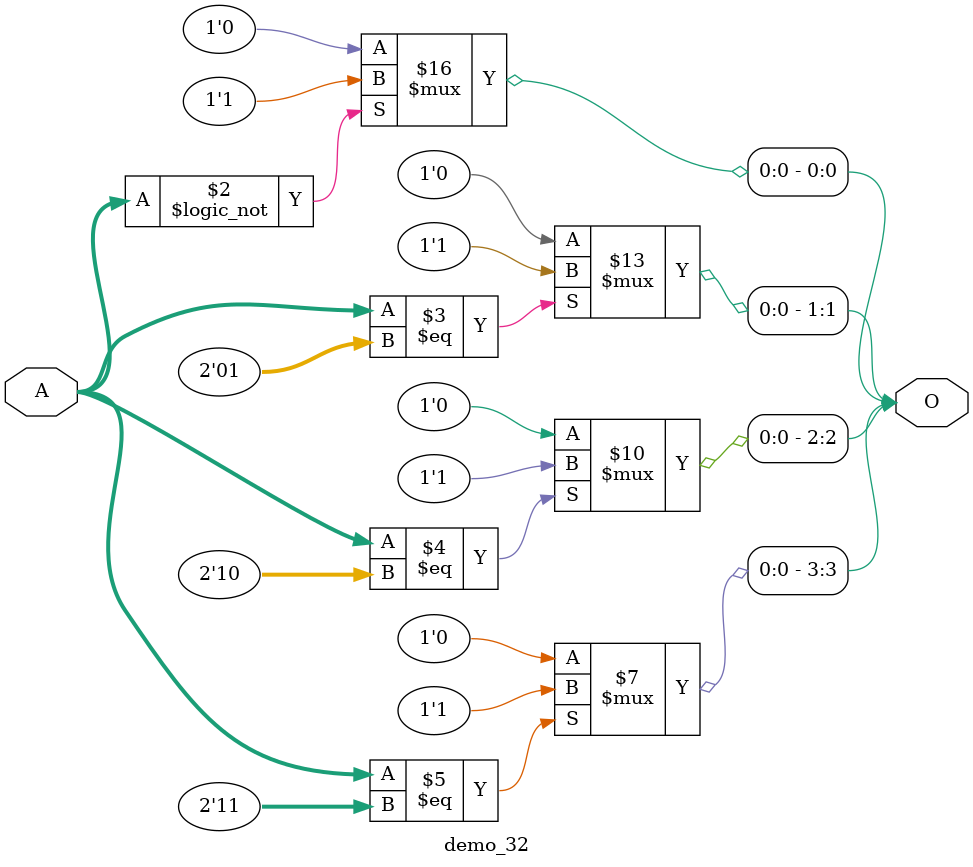
<source format=v>
`timescale 1ns / 1ps

//module demo_1 (A, B, C, D, O);

//input A, B, C, D;
//output O;

//wire O;

//assign O = A & B;
//assign O = C | D;

//endmodule

//////////////////////////////////////////////////////////////////////////////////

//module demo_2 (A, B, C, D, O);

//input A, B, C, D;
//output O;

//wand O;

//assign O = A & B;
//assign O = C | D;

//endmodule

//////////////////////////////////////////////////////////////////////////////////

//module demo_3 (A, B, O);

//input [7:0] A, B;
//output [31:0] O;

//integer sum;

//assign O = sum;

//always @ (A, B) 
//    sum = A + B;

//endmodule

//////////////////////////////////////////////////////////////////////////////////

//module demo_4 (A, B, O);

//input [7:0] A, B;
//output O;

//integer sum;

//assign O = sum;

//always @ (A, B) 
//    sum = A + B;

//endmodule

//////////////////////////////////////////////////////////////////////////////////

//module demo_5 (A, B, O);
//input A, B;
//output O;

//reg reg_O;
//assign O = reg_O;

//always @ (A, B) begin

//    if (!A) 
//        reg_O <= B;
//end

//endmodule

//////////////////////////////////////////////////////////////////////////////////

//module demo_6 (A, B, O);
//input A, B;
//output O;

//reg reg_O;
//assign O = reg_O;

//always @ (posedge A) begin
//    reg_O <= B;
//end

//endmodule

//////////////////////////////////////////////////////////////////////////////////

//module demo_7 (A, B, O);

//input [7:0] A, B;
//output O;

//integer sum;

//assign O = sum;

//integer CON_1 = 30;
//integer CON_2 = -2;
//integer CON_3 = 2'b10;
//integer CON_4 = -6'b10;
//integer CON_5 = -'d10;

//always @ (A, B) begin
//    sum = A + B + CON_1 + CON_2 + CON_3 + CON_4 + CON_5;
//end

//endmodule

//////////////////////////////////////////////////////////////////////////////////

//module demo_8 (A, B, O);

//input [7:0] A, B;
//output O;

//integer sum;

//assign O = sum;

//parameter CON_1 = 30;
//parameter CON_2 = -2;
//parameter CON_3 = 2'b10;
//parameter CON_4 = -6'b10;
//parameter CON_5 = -'d10;

//always @ (A, B) begin
//    sum = A + B + CON_1 + CON_2 + CON_3 + CON_4 + CON_5;
//end

//endmodule

//////////////////////////////////////////////////////////////////////////////////

//module demo_9 (A, O);

//input A;
//output O;

//assign #1 O = ~A;

//endmodule

//////////////////////////////////////////////////////////////////////////////////

//module demo_10_full_adder
//(A, B, CarryIn, Sum, CarryOut);

//input A, B, CarryIn;
//output Sum, CarryOut;

//assign Sum = (A ^ B) ^ CarryIn;
//assign CarryOut = (A & B) | (B & CarryIn) | (A & CarryIn);

//endmodule

//////////////////////////////////////////////////////////////////////////////////

//module demo_11_signed_multiplier(
//    input           [7:0]   data_in_unsigned_1, //8'hff
//    input           [7:0]   data_in_unsigned_2, //8'hf0

//    input   signed  [7:0]   data_in_signed_1,   //8'hff
//    input   signed  [7:0]   data_in_signed_2,   //8'hf0

//    output          [15:0]   unsigned_00,
//    output          [15:0]   unsigned_01,
//    output          [15:0]   unsigned_10,
//    output          [15:0]   unsigned_11,

//    output  signed  [15:0]   signed_00,
//    output  signed  [15:0]   signed_01,
//    output  signed  [15:0]   signed_10,
//    output  signed  [15:0]   signed_11
//);

//assign unsigned_00 = data_in_unsigned_1   *  data_in_unsigned_2;   
//assign unsigned_01 = data_in_unsigned_1   *    data_in_signed_2;     
//assign unsigned_10 =   data_in_signed_1   *  data_in_unsigned_2;   
//assign unsigned_11 =   data_in_signed_1   *    data_in_signed_2;     
//assign   signed_00 = data_in_unsigned_1   *  data_in_unsigned_2;     
//assign   signed_01 = data_in_unsigned_1   *    data_in_signed_2;
//assign   signed_10 =   data_in_signed_1   *  data_in_unsigned_2;
//assign   signed_11 =   data_in_signed_1   *    data_in_signed_2;

//endmodule 
                                                                          

//module tb_demo_11;

//reg           [7:0]   data_in_unsigned_1;
//reg           [7:0]   data_in_unsigned_2;

//reg   signed  [7:0]   data_in_signed_1;
//reg   signed  [7:0]   data_in_signed_2;

//wire          [15:0]  unsigned_00;
//wire          [15:0]  unsigned_01;
//wire          [15:0]  unsigned_10;
//wire          [15:0]  unsigned_11;

//wire  signed  [15:0]  signed_00;
//wire  signed  [15:0]  signed_01;
//wire  signed  [15:0]  signed_10;
//wire  signed  [15:0]  signed_11;
    
//demo_11_signed_multiplier DUT(data_in_unsigned_1,
//                              data_in_unsigned_2,
//                              data_in_signed_1,
//                              data_in_signed_2,
//                              unsigned_00,
//                              unsigned_01,
//                              unsigned_10,
//                              unsigned_11,
//                              signed_00,
//                              signed_01,
//                              signed_10,
//                              signed_11);

//initial begin
//        data_in_unsigned_1 = 8'hff;       //255
//        data_in_unsigned_2 = 8'hf0;       //240
//        data_in_signed_1   = 8'hff;       //-1
//        data_in_signed_2   = 8'hf0;       //-16  
//    #200;
//        data_in_unsigned_1 = 8'hff;       //255
//        data_in_unsigned_2 = 8'h0f;       //15
//        data_in_signed_1   = 8'hff;       //-1
//        data_in_signed_2   = 8'h0f;       //15  
//    #200;
//        data_in_unsigned_1 = 8'd127;      //127
//        data_in_unsigned_2 = 8'd15;       //15   
//        data_in_signed_1   = -8'sd127;    //-127?must use sd for signed decimal
//        data_in_signed_2   = -8'sd15;     //-15  
//    #200;     
//        data_in_unsigned_1 = 8'd128;      //128
//        data_in_unsigned_2 = 8'd15;       //15       
//        data_in_signed_1   = -8'sd128;    //-128
//        data_in_signed_2   = -8'sd15;     //-15    
//    #200;
//        data_in_unsigned_1 = 8'd127;       //127
//        data_in_unsigned_2 = 8'd15;        //15           
//        data_in_signed_1   = -8'sd127;     //-127
//        data_in_signed_2   = 8'sd15;       //15       
//    #200;     
//        data_in_unsigned_1 = 8'd128;       //128
//        data_in_unsigned_2 = 8'd15;        //15               
//        data_in_signed_1   = -8'sd128;     //-128
//        data_in_signed_2   = 8'sd15;       //15   
//    #200;
//        data_in_unsigned_1 = 8'd127;       //127
//        data_in_unsigned_2 = 8'd15;        //15          
//        data_in_signed_1   = 8'sd127;      //127
//        data_in_signed_2   = -8'sd15;      //-15           
//    #200;          
//        data_in_unsigned_1 = 8'd127;       //127
//        data_in_unsigned_2 = 8'd15;        //15
//        data_in_signed_1   = 8'sd127;      //127
//        data_in_signed_2   = 8'sd15;       //15        
//    #200;
//    $stop;
//end

//endmodule

//////////////////////////////////////////////////////////////////////////////////

//module demo_12_signed_multiplier( 
//    input           [7:0]   data_in_unsigned_1, //8'hff
//    input           [7:0]   data_in_unsigned_2, //8'hf0

//    input   signed  [7:0]   data_in_signed_1,   //8'hff
//    input   signed  [7:0]   data_in_signed_2,   //8'hf0

//    output          [15:0]   unsigned_00,
//    output          [15:0]   unsigned_01,
//    output          [15:0]   unsigned_10,
//    output          [15:0]   unsigned_11,

//    output  signed  [15:0]   signed_00,
//    output  signed  [15:0]   signed_01,
//    output  signed  [15:0]   signed_10,
//    output  signed  [15:0]   signed_11
//);

//assign unsigned_00 =            data_in_unsigned_1   *              data_in_unsigned_2;   
//assign unsigned_01 =            data_in_unsigned_1   *     $unsigned(data_in_signed_2);     
//assign unsigned_10 =   $unsigned(data_in_signed_1)   *              data_in_unsigned_2;   
//assign unsigned_11 =   $unsigned(data_in_signed_1)   *     $unsigned(data_in_signed_2);     
//assign   signed_00 =   $signed(data_in_unsigned_1)   *     $signed(data_in_unsigned_2);     
//assign   signed_01 =   $signed(data_in_unsigned_1)   *                data_in_signed_2;
//assign   signed_10 =              data_in_signed_1   *     $signed(data_in_unsigned_2);
//assign   signed_11 =              data_in_signed_1   *                data_in_signed_2;

//endmodule 
                                                                          
//module tb_demo_12;

//reg           [7:0]   data_in_unsigned_1;
//reg           [7:0]   data_in_unsigned_2;

//reg   signed  [7:0]   data_in_signed_1;
//reg   signed  [7:0]   data_in_signed_2;

//wire          [15:0]  unsigned_00;
//wire          [15:0]  unsigned_01;
//wire          [15:0]  unsigned_10;
//wire          [15:0]  unsigned_11;

//wire  signed  [15:0]  signed_00;
//wire  signed  [15:0]  signed_01;
//wire  signed  [15:0]  signed_10;
//wire  signed  [15:0]  signed_11;
    
//demo_12_signed_multiplier DUT(data_in_unsigned_1,
//                              data_in_unsigned_2,
//                              data_in_signed_1,
//                              data_in_signed_2,
//                              unsigned_00,
//                              unsigned_01,
//                              unsigned_10,
//                              unsigned_11,
//                              signed_00,
//                              signed_01,
//                              signed_10,
//                              signed_11);

//initial begin
//        data_in_unsigned_1 = 8'hff;       //255
//        data_in_unsigned_2 = 8'hf0;       //240
//        data_in_signed_1   = 8'hff;       //-1
//        data_in_signed_2   = 8'hf0;       //-16  
//    #200;
//        data_in_unsigned_1 = 8'hff;       //255
//        data_in_unsigned_2 = 8'h0f;       //15
//        data_in_signed_1   = 8'hff;       //-1
//        data_in_signed_2   = 8'h0f;       //15  
//    #200;
//        data_in_unsigned_1 = 8'd127;      //127
//        data_in_unsigned_2 = 8'd15;       //15   
//        data_in_signed_1   = -8'sd127;    //-127 must use sd for signed decimal
//        data_in_signed_2   = -8'sd15;     //-15  
//    #200;     
//        data_in_unsigned_1 = 8'd128;      //128
//        data_in_unsigned_2 = 8'd15;       //15       
//        data_in_signed_1   = -8'sd128;    //-128
//        data_in_signed_2   = -8'sd15;     //-15    
//    #200;
//        data_in_unsigned_1 = 8'd127;       //127
//        data_in_unsigned_2 = 8'd15;        //15           
//        data_in_signed_1   = -8'sd127;     //-127
//        data_in_signed_2   = 8'sd15;       //15       
//    #200;     
//        data_in_unsigned_1 = 8'd128;       //128
//        data_in_unsigned_2 = 8'd15;        //15               
//        data_in_signed_1   = -8'sd128;     //-128
//        data_in_signed_2   = 8'sd15;       //15   
//    #200;
//        data_in_unsigned_1 = 8'd127;       //127
//        data_in_unsigned_2 = 8'd15;        //15          
//        data_in_signed_1   = 8'sd127;      //127
//        data_in_signed_2   = -8'sd15;      //-15           
//    #200;          
//        data_in_unsigned_1 = 8'd127;       //127
//        data_in_unsigned_2 = 8'd15;        //15
//        data_in_signed_1   = 8'sd127;      //127
//        data_in_signed_2   = 8'sd15;       //15        
//    #200;
//    $stop;
//end

//endmodule

//////////////////////////////////////////////////////////////////////////////////

//module demo_13 (A, B, O);
//input [3:0] A, B;

//output O;
//reg  O;

//always @ (A, B) 
//    O = A < B;
    
//endmodule

//module demo_13_tb;

//reg [3:0] A, B;
//wire O;

//demo_13 DUT(A, B, O);

//initial begin

//A = 4'b1100;
//B = 4'b0011;

//end

//endmodule

//////////////////////////////////////////////////////////////////////////////////

//module demo_14 (A, B, O); 
//input signed [3:0] A, B;

//output O;
//reg signed O;

//always @ (A, B) 
//    O = $signed(A) < $signed(B);
    
//endmodule

//module demo_14_tb;

//reg signed [3:0] A, B;
//wire signed O;

//demo_14 DUT(A, B, O);

//initial begin

//A = 4'b1100;
//B = 4'b0011;

//end

//endmodule

//////////////////////////////////////////////////////////////////////////////////

//module demo_15 (A, B, O); 
//input signed [3:0] A, B;

//output O;
//reg signed O;

//always @ (A, B) 
//    O = $signed(A) == $signed(B);
    
//endmodule

//module demo_15_tb;

//reg signed [3:0] A, B;
//wire signed O;

//demo_15 DUT(A, B, O);

//initial begin

//A = 4'b1000;
//B = -4'sd8;

//end

//endmodule

//////////////////////////////////////////////////////////////////////////////////
//module demo_16 (); 
 
//  reg        [3:0] shift1 = 4'b1000;
//  reg signed [3:0] shift2 = 4'b1000;
//  reg signed [3:0] shift3 = 4'b0100;
   
//  initial
//    begin
//      // Left Shift
//      $display("%b", shift1 <<  1);
//      $display("%b", $signed(shift1) <<< 1); // Cast as signed
//      $display("%b", shift2 <<< 1);          // Declared as signed type
       
//      // Right Shift
//      $display("%b", shift1 >>  2);
//      $display("%b", $signed(shift1) >>> 2); // Cast as signed
//      $display("%b", shift2 >>> 2) ;         // Declared as signed type
//      $display("%b", shift3 >>> 2) ;         // Declared as signed type
//    end
//endmodule

////////////////////////////////////////////////////////////////////////////////////
//module demo_17 (A, O); 

//input [3:0] A;
//output [5:0] O;

//assign O = A << 2;

//endmodule

////////////////////////////////////////////////////////////////////////////////////
//module demo_18 (A, B, O); 

//input [3:0] A;
//input [1:0] B;
//output [5:0] O;

//assign O = A << B;

//endmodule

////////////////////////////////////////////////////////////////////////////////////
//module demo_19 (A, B, C, O); 

//input [3:0] A, B, C;
//output [3:0] O;

//assign O = (A & B) | C;

//endmodule

////////////////////////////////////////////////////////////////////////////////////
//module demo_20 (A, B, O); 

//input A, B;
//output O;
//reg O;

//always @ (B)
//    O = A & B;

//endmodule

////////////////////////////////////////////////////////////////////////////////////
//module demo_21 (A, B, C, D, O); 

//input A, B, C, D;
//output O;
//reg O;

//always @ (A, B, C, D) begin: demo_21
//    reg T1, T2;
//    T1 = A & B;
//    T2 = C | D;
//    T1 = T1 | T2;
//    O = ~T1;
//end

//endmodule

//////////////////////////////////////////////////////////////////////////////////////
//module demo_22 (A, B, O); 

//input A, B;
//output O;
//reg O;

//always @ (A, B) begin
//    if (A > B)
//        O = A;
//    else 
//        O = B;
//end

//endmodule

//////////////////////////////////////////////////////////////////////////////////////
//module demo_23 (mark, grade); 

//input [4:0] mark;
//output [1:0] grade;
//reg [1:0] grade;

//parameter FAIL = 1, PASS = 2, EXCELLENT = 3;

//always @ (mark) begin
//    if (mark < 3)
//        grade = FAIL;
//    else if ((mark >= 3) & (mark < 5))
//        grade = PASS;
//    else 
//        grade = EXCELLENT;
//end

//endmodule

//////////////////////////////////////////////////////////////////////////////////////
//module demo_24 (op, A, B, O); 

//input [1:0] op;
//input [1:0] A, B;
//output [1:0] O;
//reg [1:0] O;

//parameter ADD='b00, SUB='b01, MUL='b10, DIV='b11;

//always @ (op, A, B) 
//case(op)
//ADD: O = A + B;
//SUB: O = A - B;
//MUL: O = A * B;
//DIV: O = A / B;
//endcase

//always @ (op, A, B) 
//if (op == ADD)
//    O = A + B;
//else if (op == SUB)
//    O = A - B;
//else if (op == MUL)
//    O = A * B;
//else
//    O = A / B;

//endmodule

//////////////////////////////////////////////////////////////////////////////////////
//module demo_25 (DayOfWeek, StudyTime); 

//input [2:0] DayOfWeek;
//output [4:0] StudyTime;
//reg [4:0] StudyTime;

//parameter MON=1, TUE=2, WED=3, THU=4, FRI=5, SAT=6, SUN=7;

//always @ (DayOfWeek)
//    case (DayOfWeek)
//        MON,
//        TUE,
//        WED,
//        THU: StudyTime = 9;
//        FRI: StudyTime = 10;
//        SAT: StudyTime = 20;
//        SUN: StudyTime = 20; 
//    default:
//             StudyTime = 5'b11111;
//    endcase
//endmodule

//////////////////////////////////////////////////////////////////////////////////////
//module demo_26 (A, O); 

//input [3:0] A;
//output [1:0] O;
//reg [1:0] O;

//always @ (A)
//    casez(A)
//        4'bzzz1 : O = 0;
//        4'bzz10 : O = 1;
//        4'bz100 : O = 2;
//        4'b1000 : O = 3;
//        default : O = 0;
//    endcase

//always @ (A)
//if (A[0])
//	O = 0;
//else if (A[1:0] == 2'b10)
//	O = 1;
//else if (A[2:0] == 3'b100)
//	O = 2;
//else if (A[3:0] == 4'b1000)
//	O = 3;
//else
//	O = 0;

//always @ (A)
//    casez(A)
//        4'bxxx1 : O = 0;
//        4'bxx10 : O = 1;
//        4'bx100 : O = 2;
//        4'b1000 : O = 3;
//        default : O = 0;
//    endcase

//endmodule

//////////////////////////////////////////////////////////////////////////////////////
//module demo_27 (A, O); 

//input [3:0] A;
//output [1:0] O;
//reg [1:0] O;

//always @ (A)
//    casex(A)
//        4'bxxx1 : O = 0;
//        4'bxx10 : O = 1;
//        4'bx100 : O = 2;
//        4'b1000 : O = 3;
//        default : O = 0;
//    endcase

//endmodule

//////////////////////////////////////////////////////////////////////////////////////
//module demo_28 (DayOfWeek, StudyTime); 

//input [2:0] DayOfWeek;
//output [4:0] StudyTime;
//reg [4:0] StudyTime;

//parameter 
//MON=1, TUE=2, WED=3, THU=4, FRI=5, SAT=6, SUN=7;

//always @ (DayOfWeek) begin
//    StudyTime = 5'b11111;
//    case (DayOfWeek)
//        MON,
//        TUE,
//        WED,
//        THU: StudyTime = 9;
//        FRI:   StudyTime = 10;
//        SAT:  StudyTime = 20;
//        SUN: StudyTime = 20; 
//    endcase
//end
//endmodule

//////////////////////////////////////////////////////////////////////////////////////
//module demo_29 (DayOfWeek, StudyTime); 

//input [2:0] DayOfWeek;
//output [4:0] StudyTime;
//reg [4:0] StudyTime;

//parameter 
//MON=1, TUE=2, WED=3, THU=4, FRI=5, SAT=6, SUN=7;

//always @ (DayOfWeek) begin
//    case (DayOfWeek) // synthesis full_case
//        MON,
//        TUE,
//        WED,
//        THU: StudyTime = 9;
//        FRI:   StudyTime = 10;
//        SAT:  StudyTime = 20;
//        SUN: StudyTime = 20; 
//    endcase
//end
//endmodule

//////////////////////////////////////////////////////////////////////////////////////

//module demo_30 (A, O); 
//input [3:0] A; 
//output [1:0] O;
//reg [1:0] O;
//always @ (A)
//    casez(A) // synthesis parallel_case
//        4'bzzz1 : O = 0;
//        4'bzz10 : O = 1;
//        4'bz100 : O = 2;
//        4'b1000 : O = 3;
//        default   : O = 0;
//    endcase
//endmodule

//////////////////////////////////////////////////////////////////////////////////////

//module demo_31 (A, O); 
//input [1:0] A; 
//output [3:0] O;
//reg [3:0] O;

//integer i;

//always @ (A)
//    for (i=0; i <4; i=i+1)
//        if( A == $unsigned(i) )
//            O[i] = 1;
//        else
//            O[i] = 0;
//endmodule

//////////////////////////////////////////////////////////////////////////////////////

module demo_32 (A, O); 
input [1:0] A; 
output [3:0] O;
reg [3:0] O;

integer i;

always @ (A) begin
    if( A == 0) O[0] = 1;
    else O[0] = 0;
    
    if( A == 1) O[1] = 1;
    else O[1] = 0;
    
    if( A == 2) O[2] = 1;
    else O[2] = 0;
    
    if( A == 3) O[3] = 1;
    else O[3] = 0;
end

endmodule
</source>
